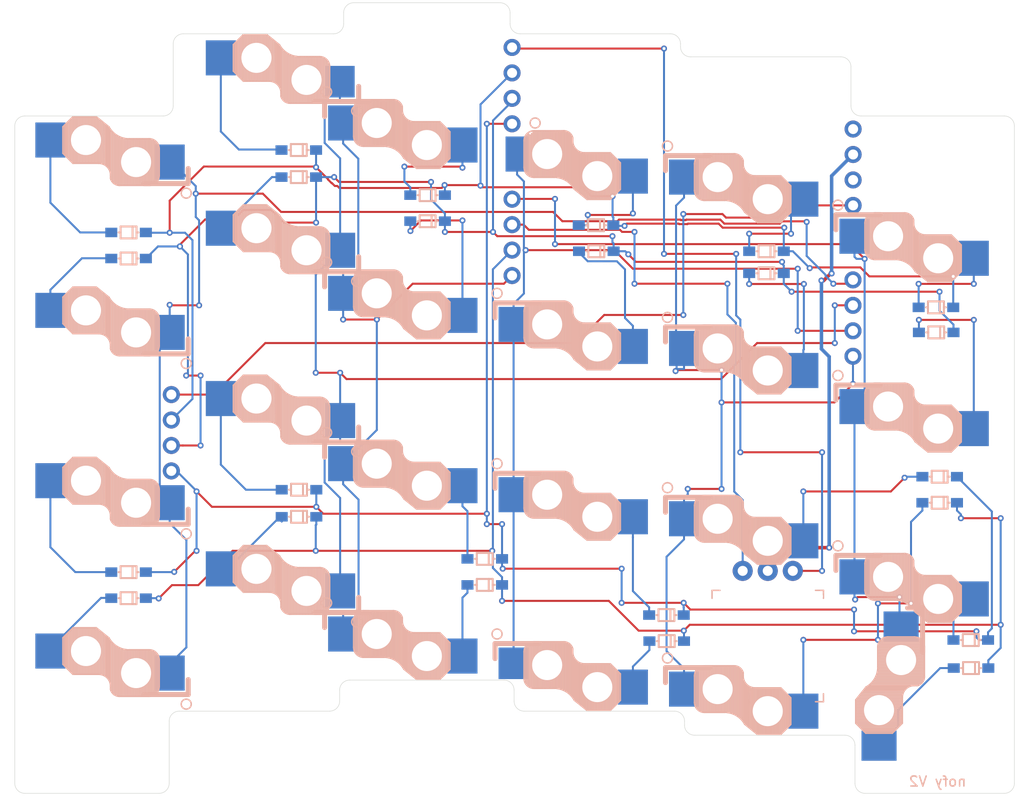
<source format=kicad_pcb>
(kicad_pcb (version 20241229) (generator "pcbnew") (generator_version "9.0")
  (title_block (title "nofy-Left") (date "2025-03-20") (company "FlightByte"))
  (layers (0 "F.Cu" signal) (2 "B.Cu" signal) (13 "F.Paste" user) (15 "B.Paste" user) (5 "F.SilkS" user "F.Silkscreen") (7 "B.SilkS" user "B.Silkscreen") (1 "F.Mask" user) (3 "B.Mask" user) (25 "Edge.Cuts" user))
  (net 0 "")
  (net 1 "Net-(D44-A)")
  (net 2 "Net-(D45-A)")
  (net 3 "Net-(D46-A)")
  (net 4 "Col6")
  (net 5 "Net-(D28-A)")
  (net 6 "Col7")
  (net 7 "Net-(D29-A)")
  (net 8 "Net-(D30-A)")
  (net 9 "Net-(D31-A)")
  (net 10 "Net-(D32-A)")
  (net 11 "Net-(D33-A)")
  (net 12 "Col8")
  (net 13 "Net-(D34-A)")
  (net 14 "Net-(D35-A)")
  (net 15 "Net-(D36-A)")
  (net 16 "Net-(D37-A)")
  (net 17 "Col9")
  (net 18 "Net-(D38-A)")
  (net 19 "Net-(D39-A)")
  (net 20 "Net-(D40-A)")
  (net 21 "Col10")
  (net 22 "Net-(D41-A)")
  (net 23 "Net-(D42-A)")
  (net 24 "Row6")
  (net 25 "Row8")
  (net 26 "Row7")
  (net 27 "Row5")
  (net 28 "GND_L")
  (net 29 "VCC_L")
  (net 30 "Net-(D43-A)")
  (net 31 "Net-(D47-A)")
  (net 32 "Net-(D48-A)")
  (net 33 "Net-(D49-A)")
  (net 34 "Net-(D50-A)")
  (net 35 "Net-(D51-A)")
  (net 36 "RE_A_L")
  (net 37 "RE_B_L")
  (net 38 "Col12")
  (net 39 "Col11")
  (footprint "nofy:Choc_v2_Hotswap_1u_17mm" (layer "F.Cu") (at 109.8 89.3 -90)
    (property "Reference" "SW55" (hide yes))
    (property "Value" "SW_PUSH" (hide yes))
  )
  (footprint "nofy:MountingHole_2.2mm_M2" (layer "F.Cu") (at 32.9 80.8)
    (property "Reference" "REF**7" (hide yes))
    (property "Value" "MountingHole_2.2mm_M2" (hide yes))
  )
  (footprint "_kicad_footprints:Diode_SMD" (layer "F.Cu") (at 95.4531 43.5 180)
    (property "Reference" "D44")
    (property "Value" "D" (hide yes))
  )
  (footprint "_kicad_footprints:Diode_SMD" (layer "F.Cu") (at 48.8031 36.1 180)
    (property "Reference" "D33")
    (property "Value" "D" (hide yes))
  )
  (footprint "_kicad_footprints:Diode_SMD" (layer "F.Cu") (at 95.45 45.7 180)
    (property "Reference" "D45")
    (property "Value" "D" (hide yes))
  )
  (footprint "_kicad_footprints:Diode_SMD" (layer "F.Cu") (at 67.3531 76.8 180)
    (property "Reference" "D39")
    (property "Value" "D" (hide yes))
  )
  (footprint "_kicad_footprints:Diode_SMD" (layer "F.Cu") (at 31.8266 78.125 180)
    (property "Reference" "D31")
    (property "Value" "D" (hide yes))
  )
  (footprint "nofy:MountingHole_2.2mm_M2" (layer "F.Cu") (at 84.5 58.5)
    (property "Reference" "REF**5" (hide yes))
    (property "Value" "MountingHole_2.2mm_M2" (hide yes))
  )
  (footprint "nofy:Choc_v2_Hotswap_1u_17mm" (layer "F.Cu") (at 24.8 72.3 180)
    (property "Reference" "SW34" (hide yes))
    (property "Value" "SW_PUSH" (hide yes))
  )
  (footprint "nofy:Choc_v2_Hotswap_1u_17mm" (layer "F.Cu") (at 24.8 89.3 180)
    (property "Reference" "SW35" (hide yes))
    (property "Value" "SW_PUSH" (hide yes))
  )
  (footprint "nofy:Choc_v2_Hotswap_1u_17mm" (layer "F.Cu") (at 109.8 72.3)
    (property "Reference" "SW54" (hide yes))
    (property "Value" "SW_PUSH" (hide yes))
  )
  (footprint "nofy:Choc_v2_Hotswap_1u_17mm" (layer "F.Cu") (at 109.8 55.3)
    (property "Reference" "SW53" (hide yes))
    (property "Value" "SW_PUSH" (hide yes))
  )
  (footprint "_kicad_footprints:Diode_SMD" (layer "F.Cu") (at 112.7266 66 180)
    (property "Reference" "D46")
    (property "Value" "D" (hide yes))
  )
  (footprint "_kicad_footprints:Diode_SMD" (layer "F.Cu") (at 31.8266 75.525 180)
    (property "Reference" "D30")
    (property "Value" "D" (hide yes))
  )
  (footprint "nofy:Pin1x4" (layer "F.Cu") (at 66 21.86)
    (property "Reference" "J30" (hide yes))
    (property "Value" "PIn1x4" (hide yes))
  )
  (footprint "nofy:Choc_v2_Hotswap_1u_17mm" (layer "F.Cu") (at 58.8 61)
    (property "Reference" "SW42" (hide yes))
    (property "Value" "SW_PUSH" (hide yes))
  )
  (footprint "nofy:MountingHole_2.2mm_M2" (layer "F.Cu") (at 32.8 46.8)
    (property "Reference" "REF**2" (hide yes))
    (property "Value" "MountingHole_2.2mm_M2" (hide yes))
  )
  (footprint "_kicad_footprints:Diode_SMD" (layer "F.Cu") (at 115.8531 85.1 180)
    (property "Reference" "D51")
    (property "Value" "D" (hide yes))
  )
  (footprint "nofy:Choc_v2_Hotswap_1u_17mm" (layer "F.Cu") (at 41.8 81.1 180)
    (property "Reference" "SW39" (hide yes))
    (property "Value" "SW_PUSH" (hide yes))
  )
  (footprint "nofy:Pin1x4" (layer "F.Cu") (at 100 45.06)
    (property "Reference" "J29" (hide yes))
    (property "Value" "PIn1x4" (hide yes))
  )
  (footprint "_kicad_footprints:Diode_SMD" (layer "F.Cu") (at 48.8266 67.3 180)
    (property "Reference" "D34")
    (property "Value" "D" (hide yes))
  )
  (footprint "nofy:Choc_v2_Hotswap_1u_17mm" (layer "F.Cu") (at 75.8 64.1)
    (property "Reference" "SW46" (hide yes))
    (property "Value" "SW_PUSH" (hide yes))
  )
  (footprint "_kicad_footprints:Diode_SMD" (layer "F.Cu") (at 112.3797 51.6 180)
    (property "Reference" "D49")
    (property "Value" "D" (hide yes))
  )
  (footprint "_kicad_footprints:Diode_SMD" (layer "F.Cu") (at 31.8266 44.225 180)
    (property "Reference" "D29")
    (property "Value" "D" (hide yes))
  )
  (footprint "_kicad_footprints:Diode_SMD" (layer "F.Cu") (at 61.6531 40.5 180)
    (property "Reference" "D37")
    (property "Value" "D" (hide yes))
  )
  (footprint "nofy:Choc_v2_Hotswap_1u_17mm" (layer "F.Cu") (at 92.8 83.5)
    (property "Reference" "SW51" (hide yes))
    (property "Value" "SW_PUSH" (hide yes))
  )
  (footprint "nofy:Choc_v2_Hotswap_1u_17mm" (layer "F.Cu") (at 92.8 32.4)
    (property "Reference" "SW48" (hide yes))
    (property "Value" "SW_PUSH" (hide yes))
  )
  (footprint "_kicad_footprints:Diode_SMD" (layer "F.Cu") (at 67.3531 74.2 180)
    (property "Reference" "D38")
    (property "Value" "D" (hide yes))
  )
  (footprint "nofy:Choc_v2_Hotswap_1u_17mm" (layer "F.Cu") (at 92.8 49.5)
    (property "Reference" "SW49" (hide yes))
    (property "Value" "SW_PUSH" (hide yes))
  )
  (footprint "_kicad_footprints:Diode_SMD" (layer "F.Cu") (at 85.4997 82.41 180)
    (property "Reference" "D43")
    (property "Value" "D" (hide yes))
  )
  (footprint "_kicad_footprints:Diode_SMD" (layer "F.Cu") (at 85.4731 79.81 180)
    (property "Reference" "D42")
    (property "Value" "D" (hide yes))
  )
  (footprint "nofy:Choc_v2_Hotswap_1u_17mm" (layer "F.Cu") (at 92.8 66.5)
    (property "Reference" "SW50" (hide yes))
    (property "Value" "SW_PUSH" (hide yes))
  )
  (footprint "nofy:Choc_v2_Hotswap_1u_17mm" (layer "F.Cu") (at 58.8 44)
    (property "Reference" "SW41" (hide yes))
    (property "Value" "SW_PUSH" (hide yes))
  )
  (footprint "nofy:Choc_v2_Hotswap_1u_17mm" (layer "F.Cu") (at 109.8 38.3)
    (property "Reference" "SW52" (hide yes))
    (property "Value" "SW_PUSH" (hide yes))
  )
  (footprint "_kicad_footprints:Diode_SMD" (layer "F.Cu") (at 31.8266 41.625 180)
    (property "Reference" "D28")
    (property "Value" "D" (hide yes))
  )
  (footprint "nofy:Choc_v2_Hotswap_1u_17mm" (layer "F.Cu") (at 58.8 78)
    (property "Reference" "SW43" (hide yes))
    (property "Value" "SW_PUSH" (hide yes))
  )
  (footprint "_kicad_footprints:Diode_SMD" (layer "F.Cu") (at 78.4797 43.5 180)
    (property "Reference" "D41")
    (property "Value" "D" (hide yes))
  )
  (footprint "_kicad_footprints:Diode_SMD" (layer "F.Cu") (at 48.8266 70 180)
    (property "Reference" "D35")
    (property "Value" "D" (hide yes))
  )
  (footprint "nofy:MountingHole_2.2mm_M2" (layer "F.Cu") (at 84.63 74.91)
    (property "Reference" "REF**6" (hide yes))
    (property "Value" "MountingHole_2.2mm_M2" (hide yes))
  )
  (footprint "_kicad_footprints:Diode_SMD" (layer "F.Cu") (at 48.8031 33.4 180)
    (property "Reference" "D32")
    (property "Value" "D" (hide yes))
  )
  (footprint "_kicad_footprints:Diode_SMD" (layer "F.Cu") (at 115.8266 82.3 180)
    (property "Reference" "D50")
    (property "Value" "D" (hide yes))
  )
  (footprint "nofy:Choc_v2_Hotswap_1u_17mm" (layer "F.Cu") (at 41.8 64.1 180)
    (property "Reference" "SW38" (hide yes))
    (property "Value" "SW_PUSH" (hide yes))
  )
  (footprint "nofy:Choc_v2_Hotswap_1u_17mm" (layer "F.Cu") (at 75.8 81.1)
    (property "Reference" "SW47" (hide yes))
    (property "Value" "SW_PUSH" (hide yes))
  )
  (footprint "_kicad_footprints:Diode_SMD" (layer "F.Cu") (at 112.7266 68.6 180)
    (property "Reference" "D47")
    (property "Value" "D" (hide yes))
  )
  (footprint "_kicad_footprints:Diode_SMD" (layer "F.Cu") (at 78.4531 40.9 180)
    (property "Reference" "D40")
    (property "Value" "D" (hide yes))
  )
  (footprint "nofy:Choc_v2_Hotswap_1u_17mm" (layer "F.Cu") (at 75.8 47.1)
    (property "Reference" "SW45" (hide yes))
    (property "Value" "SW_PUSH" (hide yes))
  )
  (footprint "_kicad_footprints:Diode_SMD" (layer "F.Cu") (at 61.6531 37.9 180)
    (property "Reference" "D36")
    (property "Value" "D" (hide yes))
  )
  (footprint "_kicad_footprints:Diode_SMD" (layer "F.Cu") (at 112.3531 49.1 180)
    (property "Reference" "D48")
    (property "Value" "D" (hide yes))
  )
  (footprint "nofy:Choc_v2_Hotswap_1u_17mm" (layer "F.Cu") (at 75.8 30.1)
    (property "Reference" "SW44" (hide yes))
    (property "Value" "SW_PUSH" (hide yes))
  )
  (footprint "nofy:Choc_v2_Hotswap_1u_17mm" (layer "F.Cu") (at 24.8 38.3 180)
    (property "Reference" "SW32" (hide yes))
    (property "Value" "SW_PUSH" (hide yes))
  )
  (footprint "nofy:Pin1x4" (layer "F.Cu") (at 32.015 56.505)
    (property "Reference" "J25" (hide yes))
    (property "Value" "PIn1x4" (hide yes))
  )
  (footprint "nofy:Choc_v2_Hotswap_1u_17mm" (layer "F.Cu") (at 58.8 27)
    (property "Reference" "SW40" (hide yes))
    (property "Value" "SW_PUSH" (hide yes))
  )
  (footprint "nofy:Choc_v2_Hotswap_1u_17mm" (layer "F.Cu") (at 41.8 30.1 180)
    (property "Reference" "SW36" (hide yes))
    (property "Value" "SW_PUSH" (hide yes))
  )
  (footprint "nofy:Pin1x4" (layer "F.Cu") (at 100.015 30.005)
    (property "Reference" "J27" (hide yes))
    (property "Value" "PIn1x4" (hide yes))
  )
  (footprint "nofy:Choc_v2_Hotswap_1u_17mm" (layer "F.Cu") (at 24.8 55.3 180)
    (property "Reference" "SW33" (hide yes))
    (property "Value" "SW_PUSH" (hide yes))
  )
  (footprint "nofy:Choc_v2_Hotswap_1u_17mm" (layer "F.Cu") (at 41.8 47.1 180)
    (property "Reference" "SW37" (hide yes))
    (property "Value" "SW_PUSH" (hide yes))
  )
  (footprint "nofy:Pin1x4" (layer "F.Cu") (at 66 37.005)
    (property "Reference" "J32" (hide yes))
    (property "Value" "PIn1x4" (hide yes))
  )
  (footprint "nofy:RotaryEncoder_EC12E" (layer "B.Cu") (at 92.8 82.9 -90)
    (property "Reference" "SW2" (hide yes))
    (property "Value" "RotaryEncoder" (hide yes))
  )
  (gr_arc (start 68.1 21.8) (mid 67.392893 21.507107) (end 67.1 20.8) (stroke (width 0.05)) (layer "Edge.Cuts"))
  (gr_line (start 85.1 24.1) (end 100.1 24.1) (stroke (width 0.05)) (layer "Edge.Cuts"))
  (gr_line (start 67.1 19.7) (end 67.1 20.8) (stroke (width 0.05)) (layer "Edge.Cuts"))
  (gr_line (start 18.7 30) (end 32.5 29.999993) (stroke (width 0.05)) (layer "Edge.Cuts"))
  (gr_arc (start 17.7 31) (mid 17.992893 30.292893) (end 18.7 30) (stroke (width 0.05)) (layer "Edge.Cuts"))
  (gr_arc (start 102.5 97.6) (mid 101.792893 97.307107) (end 101.5 96.6) (stroke (width 0.05)) (layer "Edge.Cuts"))
  (gr_line (start 17.7 96.6) (end 17.7 31) (stroke (width 0.05)) (layer "Edge.Cuts"))
  (gr_arc (start 50.5 20.8) (mid 50.207107 21.507107) (end 49.5 21.8) (stroke (width 0.05)) (layer "Edge.Cuts"))
  (gr_line (start 116.4 30) (end 102.1 30) (stroke (width 0.05)) (layer "Edge.Cuts"))
  (gr_line (start 33.5 28.999993) (end 33.5 22.8) (stroke (width 0.05)) (layer "Edge.Cuts"))
  (gr_arc (start 66.1 18.7) (mid 66.807107 18.992893) (end 67.1 19.7) (stroke (width 0.05)) (layer "Edge.Cuts"))
  (gr_line (start 117.4 31) (end 117.4 96.6) (stroke (width 0.05)) (layer "Edge.Cuts"))
  (gr_arc (start 83.5 89.4) (mid 84.207107 89.692893) (end 84.5 90.4) (stroke (width 0.05)) (layer "Edge.Cuts"))
  (gr_line (start 50.1 87.3) (end 50.1 88.4) (stroke (width 0.05)) (layer "Edge.Cuts"))
  (gr_line (start 50.5 20.8) (end 50.5 19.7) (stroke (width 0.05)) (layer "Edge.Cuts"))
  (gr_arc (start 50.1 88.4) (mid 49.807107 89.107107) (end 49.1 89.4) (stroke (width 0.05)) (layer "Edge.Cuts"))
  (gr_line (start 83.5 89.4) (end 68.5 89.4) (stroke (width 0.05)) (layer "Edge.Cuts"))
  (gr_line (start 84.1 22.8) (end 84.1 23.1) (stroke (width 0.05)) (layer "Edge.Cuts"))
  (gr_arc (start 50.5 19.7) (mid 50.792893 18.992893) (end 51.5 18.7) (stroke (width 0.05)) (layer "Edge.Cuts"))
  (gr_line (start 101.1 25.1) (end 101.1 28.996246) (stroke (width 0.05)) (layer "Edge.Cuts"))
  (gr_arc (start 18.7 97.6) (mid 17.992893 97.307107) (end 17.7 96.6) (stroke (width 0.05)) (layer "Edge.Cuts"))
  (gr_arc (start 68.5 89.4) (mid 67.792893 89.107107) (end 67.5 88.4) (stroke (width 0.05)) (layer "Edge.Cuts"))
  (gr_line (start 66.5 86.3) (end 51.1 86.3) (stroke (width 0.05)) (layer "Edge.Cuts"))
  (gr_arc (start 100.5 91.8) (mid 101.207107 92.092893) (end 101.5 92.8) (stroke (width 0.05)) (layer "Edge.Cuts"))
  (gr_arc (start 102.1 30) (mid 101.392893 29.707107) (end 101.1 29) (stroke (width 0.05)) (layer "Edge.Cuts"))
  (gr_line (start 68.1 21.8) (end 83.1 21.8) (stroke (width 0.05)) (layer "Edge.Cuts"))
  (gr_arc (start 85.1 24.1) (mid 84.392893 23.807107) (end 84.1 23.1) (stroke (width 0.05)) (layer "Edge.Cuts"))
  (gr_line (start 116.4 97.6) (end 102.5 97.6) (stroke (width 0.05)) (layer "Edge.Cuts"))
  (gr_arc (start 85.5 91.8) (mid 84.792893 91.507107) (end 84.5 90.8) (stroke (width 0.05)) (layer "Edge.Cuts"))
  (gr_arc (start 33.1 90.4) (mid 33.392893 89.692893) (end 34.1 89.4) (stroke (width 0.05)) (layer "Edge.Cuts"))
  (gr_line (start 33.1 90.4) (end 33.1 96.6) (stroke (width 0.05)) (layer "Edge.Cuts"))
  (gr_line (start 51.5 18.7) (end 66.1 18.7) (stroke (width 0.05)) (layer "Edge.Cuts"))
  (gr_arc (start 33.5 28.999993) (mid 33.207109 29.707104) (end 32.5 29.999993) (stroke (width 0.05)) (layer "Edge.Cuts"))
  (gr_line (start 100.5 91.8) (end 85.5 91.8) (stroke (width 0.05)) (layer "Edge.Cuts"))
  (gr_line (start 67.5 88.4) (end 67.5 87.3) (stroke (width 0.05)) (layer "Edge.Cuts"))
  (gr_arc (start 33.1 96.6) (mid 32.807107 97.307107) (end 32.1 97.6) (stroke (width 0.05)) (layer "Edge.Cuts"))
  (gr_line (start 49.1 89.4) (end 34.1 89.4) (stroke (width 0.05)) (layer "Edge.Cuts"))
  (gr_arc (start 100.1 24.1) (mid 100.807107 24.392893) (end 101.1 25.1) (stroke (width 0.05)) (layer "Edge.Cuts"))
  (gr_line (start 84.5 90.8) (end 84.5 90.4) (stroke (width 0.05)) (layer "Edge.Cuts"))
  (gr_arc (start 50.1 87.3) (mid 50.392893 86.592893) (end 51.1 86.3) (stroke (width 0.05)) (layer "Edge.Cuts"))
  (gr_arc (start 66.5 86.3) (mid 67.207107 86.592893) (end 67.5 87.3) (stroke (width 0.05)) (layer "Edge.Cuts"))
  (gr_arc (start 33.5 22.8) (mid 33.792893 22.092893) (end 34.5 21.8) (stroke (width 0.05)) (layer "Edge.Cuts"))
  (gr_arc (start 83.1 21.8) (mid 83.807107 22.092893) (end 84.1 22.8) (stroke (width 0.05)) (layer "Edge.Cuts"))
  (gr_line (start 101.5 96.6) (end 101.5 92.8) (stroke (width 0.05)) (layer "Edge.Cuts"))
  (gr_line (start 32.1 97.6) (end 18.7 97.6) (stroke (width 0.05)) (layer "Edge.Cuts"))
  (gr_line (start 34.5 21.8) (end 49.5 21.8) (stroke (width 0.05)) (layer "Edge.Cuts"))
  (gr_arc (start 116.4 30) (mid 117.107107 30.292893) (end 117.4 31) (stroke (width 0.05)) (layer "Edge.Cuts"))
  (gr_arc (start 117.4 96.6) (mid 117.107107 97.307107) (end 116.4 97.6) (stroke (width 0.05)) (layer "Edge.Cuts"))
  (gr_text "nofy V2" (at 112.7 97 0) (layer "B.SilkS") (effects (font (size 1 1)) (justify left bottom mirror)))
  (segment (start 90.95 41.7477) (end 95.1212 41.7477) (width 0.2) (layer "F.Cu") (net 1))
  (via (at 90.95 41.7477) (size 0.6) (drill 0.3) (layers "F.Cu" "B.Cu") (net 1))
  (via (at 95.1212 41.7477) (size 0.6) (drill 0.3) (layers "F.Cu" "B.Cu") (net 1))
  (segment (start 95.1212 39.5288) (end 95.1212 41.7477) (width 0.2) (layer "B.Cu") (net 1))
  (segment (start 90.95 43.5) (end 90.95 41.7477) (width 0.2) (layer "B.Cu") (net 1))
  (segment (start 96.35 38.3) (end 95.1212 39.5288) (width 0.2) (layer "B.Cu") (net 1))
  (segment (start 96.4009 46.767) (end 90.9469 46.767) (width 0.2) (layer "F.Cu") (net 2))
  (via (at 90.9469 46.767) (size 0.6) (drill 0.3) (layers "F.Cu" "B.Cu") (net 2))
  (via (at 96.4009 46.767) (size 0.6) (drill 0.3) (layers "F.Cu" "B.Cu") (net 2))
  (segment (start 96.4009 53.2974) (end 96.4009 46.767) (width 0.2) (layer "B.Cu") (net 2))
  (segment (start 96.35 55.4) (end 96.35 53.3483) (width 0.2) (layer "B.Cu") (net 2))
  (segment (start 90.9469 45.7) (end 90.9469 46.767) (width 0.2) (layer "B.Cu") (net 2))
  (segment (start 96.35 53.3483) (end 96.4009 53.2974) (width 0.2) (layer "B.Cu") (net 2))
  (segment (start 96.35 67.4728) (end 105.0772 67.4728) (width 0.2) (layer "F.Cu") (net 3))
  (segment (start 105.0772 67.4728) (end 106.45 66.1) (width 0.2) (layer "F.Cu") (net 3))
  (via (at 96.35 67.4728) (size 0.6) (drill 0.3) (layers "F.Cu" "B.Cu") (net 3))
  (via (at 106.45 66.1) (size 0.6) (drill 0.3) (layers "F.Cu" "B.Cu") (net 3))
  (segment (start 108.2235 66) (end 106.55 66) (width 0.2) (layer "B.Cu") (net 3))
  (segment (start 96.35 72.4) (end 96.35 67.4728) (width 0.2) (layer "B.Cu") (net 3))
  (segment (start 106.55 66) (end 106.45 66.1) (width 0.2) (layer "B.Cu") (net 3))
  (segment (start 88.6368 40.1424) (end 88.2821 39.7877) (width 0.2) (layer "F.Cu") (net 4))
  (segment (start 101.315 38.925) (end 95.0481 38.925) (width 0.2) (layer "F.Cu") (net 4))
  (segment (start 88.2821 39.7877) (end 84.3785 39.7877) (width 0.2) (layer "F.Cu") (net 4))
  (segment (start 76.4877 49.8603) (end 84.3785 49.8603) (width 0.2) (layer "F.Cu") (net 4))
  (segment (start 73.6857 52.6623) (end 42.6858 52.6623) (width 0.2) (layer "F.Cu") (net 4))
  (segment (start 37.5431 57.805) (end 33.315 57.805) (width 0.2) (layer "F.Cu") (net 4))
  (segment (start 42.6858 52.6623) (end 37.5431 57.805) (width 0.2) (layer "F.Cu") (net 4))
  (segment (start 95.0481 38.925) (end 93.8307 40.1424) (width 0.2) (layer "F.Cu") (net 4))
  (segment (start 93.8307 40.1424) (end 88.6368 40.1424) (width 0.2) (layer "F.Cu") (net 4))
  (segment (start 73.6857 52.6623) (end 76.4877 49.8603) (width 0.2) (layer "F.Cu") (net 4))
  (via (at 84.3785 39.7877) (size 0.6) (drill 0.3) (layers "F.Cu" "B.Cu") (net 4))
  (via (at 84.3785 49.8603) (size 0.6) (drill 0.3) (layers "F.Cu" "B.Cu") (net 4))
  (segment (start 84.3785 39.7877) (end 84.3785 49.8603) (width 0.2) (layer "B.Cu") (net 4))
  (segment (start 21.25 32.4) (end 21.25 38.65) (width 0.2) (layer "B.Cu") (net 5))
  (segment (start 21.25 38.65) (end 24.225 41.625) (width 0.2) (layer "B.Cu") (net 5))
  (segment (start 24.225 41.625) (end 27.3235 41.625) (width 0.2) (layer "B.Cu") (net 5))
  (segment (start 44.2618 39.575) (end 71.3855 39.575) (width 0.2) (layer "F.Cu") (net 6))
  (segment (start 101.3 46.36) (end 100.9203 46.7397) (width 0.2) (layer "F.Cu") (net 6))
  (segment (start 84.6746 40.3425) (end 88.0687 40.3425) (width 0.2) (layer "F.Cu") (net 6))
  (segment (start 84.1294 40.3894) (end 84.6277 40.3894) (width 0.2) (layer "F.Cu") (net 6))
  (segment (start 72.3128 40.5023) (end 77.806 40.5023) (width 0.2) (layer "F.Cu") (net 6))
  (segment (start 88.4704 40.7442) (end 93.9967 40.7442) (width 0.2) (layer "F.Cu") (net 6))
  (segment (start 71.3855 39.575) (end 72.3128 40.5023) (width 0.2) (layer "F.Cu") (net 6))
  (segment (start 84.0825 40.3425) (end 84.1294 40.3894) (width 0.2) (layer "F.Cu") (net 6))
  (segment (start 84.6277 40.3894) (end 84.6746 40.3425) (width 0.2) (layer "F.Cu") (net 6))
  (segment (start 93.9967 40.7442) (end 94.2253 40.5156) (width 0.2) (layer "F.Cu") (net 6))
  (segment (start 33.2 48.9) (end 33.15 48.85) (width 0.2) (layer "F.Cu") (net 6))
  (segment (start 77.806 40.5023) (end 77.9658 40.3425) (width 0.2) (layer "F.Cu") (net 6))
  (segment (start 36.0839 48.9) (end 33.2 48.9) (width 0.2) (layer "F.Cu") (net 6))
  (segment (start 88.0687 40.3425) (end 88.4704 40.7442) (width 0.2) (layer "F.Cu") (net 6))
  (segment (start 96.622 40.5156) (end 96.6797 40.5733) (width 0.2) (layer "F.Cu") (net 6))
  (segment (start 100.9203 46.7397) (end 99.3429 46.7397) (width 0.2) (layer "F.Cu") (net 6))
  (segment (start 77.9658 40.3425) (end 84.0825 40.3425) (width 0.2) (layer "F.Cu") (net 6))
  (segment (start 35.75 37.75) (end 42.4368 37.75) (width 0.2) (layer "F.Cu") (net 6))
  (segment (start 42.4368 37.75) (end 44.2618 39.575) (width 0.2) (layer "F.Cu") (net 6))
  (segment (start 94.2253 40.5156) (end 96.622 40.5156) (width 0.2) (layer "F.Cu") (net 6))
  (via (at 36.0839 48.9) (size 0.6) (drill 0.3) (layers "F.Cu" "B.Cu") (net 6))
  (via (at 96.6797 40.5733) (size 0.6) (drill 0.3) (layers "F.Cu" "B.Cu") (net 6))
  (via (at 33.15 48.85) (size 0.6) (drill 0.3) (layers "F.Cu" "B.Cu") (net 6))
  (via (at 99.3429 46.7397) (size 0.6) (drill 0.3) (layers "F.Cu" "B.Cu") (net 6))
  (via (at 35.75 37.75) (size 0.6) (drill 0.3) (layers "F.Cu" "B.Cu") (net 6))
  (segment (start 32.1578 52.5922) (end 32.1578 67.6078) (width 0.2) (layer "B.Cu") (net 6))
  (segment (start 33.15 70.6517) (end 33.15 68.6) (width 0.2) (layer "B.Cu") (net 6))
  (segment (start 96.6797 43.9675) (end 98.5692 45.857) (width 0.2) (layer "B.Cu") (net 6))
  (segment (start 36.0839 40.4136) (end 35.75 40.0797) (width 0.2) (layer "B.Cu") (net 6))
  (segment (start 96.6797 40.5733) (end 96.6797 43.9675) (width 0.2) (layer "B.Cu") (net 6))
  (segment (start 34.8151 83.0349) (end 34.8151 72.3168) (width 0.2) (layer "B.Cu") (net 6))
  (segment (start 35.75 37) (end 33.35 34.6) (width 0.2) (layer "B.Cu") (net 6))
  (segment (start 33.15 51.6) (end 32.1578 52.5922) (width 0.2) (layer "B.Cu") (net 6))
  (segment (start 98.5692 45.857) (end 98.5692 45.966) (width 0.2) (layer "B.Cu") (net 6))
  (segment (start 35.75 37.75) (end 35.75 37) (width 0.2) (layer "B.Cu") (net 6))
  (segment (start 98.5692 45.966) (end 99.3429 46.7397) (width 0.2) (layer "B.Cu") (net 6))
  (segment (start 34.8151 72.3168) (end 33.15 70.6517) (width 0.2) (layer "B.Cu") (net 6))
  (segment (start 33.15 85.6) (end 33.15 84.7) (width 0.2) (layer "B.Cu") (net 6))
  (segment (start 33.35 34.6) (end 33.15 34.6) (width 0.2) (layer "B.Cu") (net 6))
  (segment (start 36.0839 48.9) (end 36.0839 40.4136) (width 0.2) (layer "B.Cu") (net 6))
  (segment (start 32.1578 67.6078) (end 33.15 68.6) (width 0.2) (layer "B.Cu") (net 6))
  (segment (start 33.15 48.85) (end 33.15 51.6) (width 0.2) (layer "B.Cu") (net 6))
  (segment (start 35.75 40.0797) (end 35.75 37.75) (width 0.2) (layer "B.Cu") (net 6))
  (segment (start 33.15 84.7) (end 34.8151 83.0349) (width 0.2) (layer "B.Cu") (net 6))
  (segment (start 24.3983 44.2) (end 21.25 47.3483) (width 0.2) (layer "B.Cu") (net 7))
  (segment (start 27.3235 44.2) (end 24.3983 44.2) (width 0.2) (layer "B.Cu") (net 7))
  (segment (start 21.25 47.3483) (end 21.25 49.4) (width 0.2) (layer "B.Cu") (net 7))
  (segment (start 27.3235 44.225) (end 27.3235 44.2) (width 0.2) (layer "B.Cu") (net 7))
  (segment (start 21.25 66.4) (end 21.25 73.039) (width 0.2) (layer "B.Cu") (net 8))
  (segment (start 23.736 75.525) (end 27.3235 75.525) (width 0.2) (layer "B.Cu") (net 8))
  (segment (start 21.25 73.039) (end 23.736 75.525) (width 0.2) (layer "B.Cu") (net 8))
  (segment (start 27.3235 78.125) (end 27.3235 78.1) (width 0.2) (layer "B.Cu") (net 9))
  (segment (start 21.25 83.15) (end 21.25 83.4) (width 0.2) (layer "B.Cu") (net 9))
  (segment (start 27.3235 78.1) (end 26.3 78.1) (width 0.2) (layer "B.Cu") (net 9))
  (segment (start 26.3 78.1) (end 21.25 83.15) (width 0.2) (layer "B.Cu") (net 9))
  (segment (start 44.25 33.35) (end 40.05 33.35) (width 0.2) (layer "B.Cu") (net 10))
  (segment (start 44.3 33.4) (end 44.25 33.35) (width 0.2) (layer "B.Cu") (net 10))
  (segment (start 40.05 33.35) (end 38.25 31.55) (width 0.2) (layer "B.Cu") (net 10))
  (segment (start 38.25 31.55) (end 38.25 24.2) (width 0.2) (layer "B.Cu") (net 10))
  (segment (start 43.35 36.1) (end 44.3 36.1) (width 0.2) (layer "B.Cu") (net 11))
  (segment (start 38.25 41.2) (end 43.35 36.1) (width 0.2) (layer "B.Cu") (net 11))
  (segment (start 100.1483 48.9) (end 99.4867 48.9) (width 0.2) (layer "F.Cu") (net 12))
  (segment (start 91.7375 52.6623) (end 99.4867 52.6623) (width 0.2) (layer "F.Cu") (net 12))
  (segment (start 88.1437 56.2561) (end 91.7375 52.6623) (width 0.2) (layer "F.Cu") (net 12))
  (segment (start 101.3 48.9) (end 100.1483 48.9) (width 0.2) (layer "F.Cu") (net 12))
  (segment (start 50.7817 56.2561) (end 88.1437 56.2561) (width 0.2) (layer "F.Cu") (net 12))
  (segment (start 47.7184 55.6244) (end 50.15 55.6244) (width 0.2) (layer "F.Cu") (net 12))
  (segment (start 50.15 55.6244) (end 50.7817 56.2561) (width 0.2) (layer "F.Cu") (net 12))
  (via (at 99.4867 52.6623) (size 0.6) (drill 0.3) (layers "F.Cu" "B.Cu") (net 12))
  (via (at 99.4867 48.9) (size 0.6) (drill 0.3) (layers "F.Cu" "B.Cu") (net 12))
  (via (at 50.15 55.6244) (size 0.6) (drill 0.3) (layers "F.Cu" "B.Cu") (net 12))
  (via (at 47.7184 55.6244) (size 0.6) (drill 0.3) (layers "F.Cu" "B.Cu") (net 12))
  (segment (start 47.7184 45.8316) (end 47.7184 55.6244) (width 0.2) (layer "B.Cu") (net 12))
  (segment (start 50.15 60.4) (end 50.15 55.6244) (width 0.2) (layer "B.Cu") (net 12))
  (segment (start 50.15 43.4) (end 47.7184 45.8316) (width 0.2) (layer "B.Cu") (net 12))
  (segment (start 48.6032 66.5789) (end 50.15 68.1257) (width 0.2) (layer "B.Cu") (net 12))
  (segment (start 50.15 34.2316) (end 48.6065 32.6881) (width 0.2) (layer "B.Cu") (net 12))
  (segment (start 50.15 60.4) (end 50.15 62.4517) (width 0.2) (layer "B.Cu") (net 12))
  (segment (start 99.4867 52.6623) (end 99.4867 48.9) (width 0.2) (layer "B.Cu") (net 12))
  (segment (start 50.15 62.4517) (end 48.9899 62.4517) (width 0.2) (layer "B.Cu") (net 12))
  (segment (start 48.6032 62.8384) (end 48.6032 66.5789) (width 0.2) (layer "B.Cu") (net 12))
  (segment (start 48.6065 28.8313) (end 48.9861 28.4517) (width 0.2) (layer "B.Cu") (net 12))
  (segment (start 50.15 68.1257) (end 50.15 77.4) (width 0.2) (layer "B.Cu") (net 12))
  (segment (start 50.15 43.4) (end 50.15 34.2316) (width 0.2) (layer "B.Cu") (net 12))
  (segment (start 48.6065 32.6881) (end 48.6065 28.8313) (width 0.2) (layer "B.Cu") (net 12))
  (segment (start 50.125 26.575) (end 50.125 28.4517) (width 0.2) (layer "B.Cu") (net 12))
  (segment (start 48.9899 62.4517) (end 48.6032 62.8384) (width 0.2) (layer "B.Cu") (net 12))
  (segment (start 48.9861 28.4517) (end 50.125 28.4517) (width 0.2) (layer "B.Cu") (net 12))
  (segment (start 38.25 58.2) (end 38.25 64.8) (width 0.2) (layer "B.Cu") (net 13))
  (segment (start 38.25 64.8) (end 40.75 67.3) (width 0.2) (layer "B.Cu") (net 13))
  (segment (start 40.75 67.3) (end 44.3235 67.3) (width 0.2) (layer "B.Cu") (net 13))
  (segment (start 44 70.15) (end 44.3235 70.4735) (width 0.2) (layer "B.Cu") (net 14))
  (segment (start 38.25 75.2) (end 38.95 75.2) (width 0.2) (layer "B.Cu") (net 14))
  (segment (start 38.95 75.2) (end 44 70.15) (width 0.2) (layer "B.Cu") (net 14))
  (segment (start 44.3235 70.4735) (end 44.3235 70) (width 0.2) (layer "B.Cu") (net 14))
  (segment (start 62.2445 35.0533) (end 62.35 35.1588) (width 0.2) (layer "F.Cu") (net 15))
  (segment (start 56.5592 35.0533) (end 62.2445 35.0533) (width 0.2) (layer "F.Cu") (net 15))
  (via (at 62.35 35.1588) (size 0.6) (drill 0.3) (layers "F.Cu" "B.Cu") (net 15))
  (via (at 56.5592 35.0533) (size 0.6) (drill 0.3) (layers "F.Cu" "B.Cu") (net 15))
  (segment (start 57.15 37.9) (end 57.15 37.1233) (width 0.2) (layer "B.Cu") (net 15))
  (segment (start 56.5592 36.5325) (end 56.5592 35.0533) (width 0.2) (layer "B.Cu") (net 15))
  (segment (start 62.35 32.9) (end 62.35 35.1588) (width 0.2) (layer "B.Cu") (net 15))
  (segment (start 57.15 37.1233) (end 56.5592 36.5325) (width 0.2) (layer "B.Cu") (net 15))
  (segment (start 57.1611 41.4781) (end 58.2116 40.4276) (width 0.2) (layer "F.Cu") (net 16))
  (segment (start 58.2116 40.4276) (end 62.35 40.4276) (width 0.2) (layer "F.Cu") (net 16))
  (via (at 57.1611 41.4781) (size 0.6) (drill 0.3) (layers "F.Cu" "B.Cu") (net 16))
  (via (at 62.35 40.4276) (size 0.6) (drill 0.3) (layers "F.Cu" "B.Cu") (net 16))
  (segment (start 57.15 41.2767) (end 57.1611 41.2878) (width 0.2) (layer "B.Cu") (net 16))
  (segment (start 57.1611 41.2878) (end 57.1611 41.4781) (width 0.2) (layer "B.Cu") (net 16))
  (segment (start 57.15 40.5) (end 57.15 41.2767) (width 0.2) (layer "B.Cu") (net 16))
  (segment (start 62.35 49.9) (end 62.35 40.4276) (width 0.2) (layer "B.Cu") (net 16))
  (segment (start 67.3 45.925) (end 66.4856 46.7394) (width 0.2) (layer "F.Cu") (net 17))
  (segment (start 66.4856 46.7394) (end 57.385 46.7394) (width 0.2) (layer "F.Cu") (net 17))
  (segment (start 53.8088 50.3156) (end 50.45 50.3156) (width 0.2) (layer "F.Cu") (net 17))
  (segment (start 57.385 46.7394) (end 53.8088 50.3156) (width 0.2) (layer "F.Cu") (net 17))
  (via (at 50.45 50.3156) (size 0.6) (drill 0.3) (layers "F.Cu" "B.Cu") (net 17))
  (via (at 53.8088 50.3156) (size 0.6) (drill 0.3) (layers "F.Cu" "B.Cu") (net 17))
  (segment (start 50.45 81.7) (end 50.45 79.6483) (width 0.2) (layer "B.Cu") (net 17))
  (segment (start 51.9878 68.2895) (end 50.45 66.7517) (width 0.2) (layer "B.Cu") (net 17))
  (segment (start 50.45 79.6483) (end 51.6034 79.6483) (width 0.2) (layer "B.Cu") (net 17))
  (segment (start 51.6034 79.6483) (end 51.9878 79.2639) (width 0.2) (layer "B.Cu") (net 17))
  (segment (start 51.9627 34.2644) (end 51.9627 45.2702) (width 0.2) (layer "B.Cu") (net 17))
  (segment (start 51.5846 45.6483) (end 50.45 45.6483) (width 0.2) (layer "B.Cu") (net 17))
  (segment (start 53.8087 61.3413) (end 53.8087 50.3156) (width 0.2) (layer "B.Cu") (net 17))
  (segment (start 50.45 47.7) (end 50.45 45.6483) (width 0.2) (layer "B.Cu") (net 17))
  (segment (start 50.45 47.7) (end 50.45 50.3156) (width 0.2) (layer "B.Cu") (net 17))
  (segment (start 50.45 30.7) (end 50.45 32.7517) (width 0.2) (layer "B.Cu") (net 17))
  (segment (start 50.45 64.7) (end 53.8087 61.3413) (width 0.2) (layer "B.Cu") (net 17))
  (segment (start 53.8087 50.3156) (end 53.8088 50.3156) (width 0.2) (layer "B.Cu") (net 17))
  (segment (start 50.45 32.7517) (end 51.9627 34.2644) (width 0.2) (layer "B.Cu") (net 17))
  (segment (start 51.9878 79.2639) (end 51.9878 68.2895) (width 0.2) (layer "B.Cu") (net 17))
  (segment (start 51.9627 45.2702) (end 51.5846 45.6483) (width 0.2) (layer "B.Cu") (net 17))
  (segment (start 50.45 64.7) (end 50.45 66.7517) (width 0.2) (layer "B.Cu") (net 17))
  (segment (start 62.35 66.9) (end 62.35 68.9517) (width 0.2) (layer "B.Cu") (net 18))
  (segment (start 62.85 74.2) (end 62.85 69.4517) (width 0.2) (layer "B.Cu") (net 18))
  (segment (start 62.85 69.4517) (end 62.35 68.9517) (width 0.2) (layer "B.Cu") (net 18))
  (segment (start 62.35 78.0767) (end 62.35 83.9) (width 0.2) (layer "B.Cu") (net 19))
  (segment (start 62.85 77.5767) (end 62.35 78.0767) (width 0.2) (layer "B.Cu") (net 19))
  (segment (start 62.85 76.8) (end 62.85 77.5767) (width 0.2) (layer "B.Cu") (net 19))
  (segment (start 74.8517 39.8789) (end 79.1954 39.8789) (width 0.2) (layer "F.Cu") (net 20))
  (segment (start 79.1954 39.8789) (end 79.35 39.7243) (width 0.2) (layer "F.Cu") (net 20))
  (via (at 74.8517 39.8789) (size 0.6) (drill 0.3) (layers "F.Cu" "B.Cu") (net 20))
  (via (at 79.35 39.7243) (size 0.6) (drill 0.3) (layers "F.Cu" "B.Cu") (net 20))
  (segment (start 73.95 40.9) (end 74.8517 40.9) (width 0.2) (layer "B.Cu") (net 20))
  (segment (start 79.35 36) (end 79.35 39.7243) (width 0.2) (layer "B.Cu") (net 20))
  (segment (start 74.8517 40.9) (end 74.8517 39.8789) (width 0.2) (layer "B.Cu") (net 20))
  (segment (start 79.343 45.241) (end 77.4922 43.3902) (width 0.2) (layer "F.Cu") (net 21))
  (segment (start 101.3 51.44) (end 95.7883 51.44) (width 0.2) (layer "F.Cu") (net 21))
  (segment (start 77.4922 43.3902) (end 68.6546 43.3902) (width 0.2) (layer "F.Cu") (net 21))
  (segment (start 95.7883 45.241) (end 79.343 45.241) (width 0.2) (layer "F.Cu") (net 21))
  (via (at 95.7883 45.241) (size 0.6) (drill 0.3) (layers "F.Cu" "B.Cu") (net 21))
  (via (at 95.7883 51.44) (size 0.6) (drill 0.3) (layers "F.Cu" "B.Cu") (net 21))
  (via (at 68.6546 43.3902) (size 0.6) (drill 0.3) (layers "F.Cu" "B.Cu") (net 21))
  (segment (start 68.4791 43.3902) (end 68.6546 43.3902) (width 0.2) (layer "B.Cu") (net 21))
  (segment (start 67.45 50.8) (end 67.45 67.8) (width 0.2) (layer "B.Cu") (net 21))
  (segment (start 67.45 84.625) (end 67.45 67.8) (width 0.2) (layer "B.Cu") (net 21))
  (segment (start 67.45 49.7741) (end 67.45 48.7483) (width 0.2) (layer "B.Cu") (net 21))
  (segment (start 68.4791 36.5308) (end 68.4791 43.3902) (width 0.2) (layer "B.Cu") (net 21))
  (segment (start 67.8 35.8517) (end 68.4791 36.5308) (width 0.2) (layer "B.Cu") (net 21))
  (segment (start 67.45 49.7741) (end 67.45 50.8) (width 0.2) (layer "B.Cu") (net 21))
  (segment (start 67.8 33.8) (end 67.8 35.8517) (width 0.2) (layer "B.Cu") (net 21))
  (segment (start 95.7883 45.241) (end 95.7883 51.44) (width 0.2) (layer "B.Cu") (net 21))
  (segment (start 68.4791 47.7192) (end 67.45 48.7483) (width 0.2) (layer "B.Cu") (net 21))
  (segment (start 68.4791 43.3902) (end 68.4791 47.7192) (width 0.2) (layer "B.Cu") (net 21))
  (segment (start 73.9766 43.5) (end 73.9766 43.6266) (width 0.2) (layer "B.Cu") (net 22))
  (segment (start 77.7511 44.5) (end 78.5634 45.3123) (width 0.2) (layer "B.Cu") (net 22))
  (segment (start 74.85 44.5) (end 77.7511 44.5) (width 0.2) (layer "B.Cu") (net 22))
  (segment (start 73.9766 43.6266) (end 74.85 44.5) (width 0.2) (layer "B.Cu") (net 22))
  (segment (start 78.5634 45.3123) (end 78.5634 50.1617) (width 0.2) (layer "B.Cu") (net 22))
  (segment (start 79.35 50.9483) (end 79.35 53) (width 0.2) (layer "B.Cu") (net 22))
  (segment (start 78.5634 50.1617) (end 79.35 50.9483) (width 0.2) (layer "B.Cu") (net 22))
  (segment (start 80.97 79.0333) (end 79.3501 77.4134) (width 0.2) (layer "B.Cu") (net 23))
  (segment (start 79.3501 77.4134) (end 79.3501 72.0517) (width 0.2) (layer "B.Cu") (net 23))
  (segment (start 79.35 70) (end 79.35 72.0517) (width 0.2) (layer "B.Cu") (net 23))
  (segment (start 79.3501 72.0517) (end 79.35 72.0517) (width 0.2) (layer "B.Cu") (net 23))
  (segment (start 80.97 79.81) (end 80.97 79.0333) (width 0.2) (layer "B.Cu") (net 23))
  (segment (start 50.0343 36.5843) (end 59.2141 36.5843) (width 0.2) (layer "F.Cu") (net 24))
  (segment (start 94.2251 44.558) (end 79.6447 44.558) (width 0.2) (layer "F.Cu") (net 24))
  (segment (start 79.6447 44.558) (end 78.8933 43.8066) (width 0.2) (layer "F.Cu") (net 24))
  (segment (start 60.6 41.5738) (end 65.3972 41.5738) (width 0.2) (layer "F.Cu") (net 24))
  (segment (start 34.1689 43.0225) (end 34.1689 42.8443) (width 0.2) (layer "F.Cu") (net 24))
  (segment (start 39.5371 40.3316) (end 40.4873 39.3814) (width 0.2) (layer "F.Cu") (net 24))
  (segment (start 34.1689 42.8443) (end 36.6816 40.3316) (width 0.2) (layer "F.Cu") (net 24))
  (segment (start 44.5593 40.6407) (end 47.75 40.6407) (width 0.2) (layer "F.Cu") (net 24))
  (segment (start 65.8201 41.9967) (end 65.3972 41.5738) (width 0.2) (layer "F.Cu") (net 24))
  (segment (start 43.3 39.3814) (end 44.5593 40.6407) (width 0.2) (layer "F.Cu") (net 24))
  (segment (start 77.3101 41.9967) (end 65.8201 41.9967) (width 0.2) (layer "F.Cu") (net 24))
  (segment (start 40.4873 39.3814) (end 43.3 39.3814) (width 0.2) (layer "F.Cu") (net 24))
  (segment (start 109.9319 47.5366) (end 95.1812 47.5366) (width 0.2) (layer "F.Cu") (net 24))
  (segment (start 49.55 36.1) (end 50.0343 36.5843) (width 0.2) (layer "F.Cu") (net 24))
  (segment (start 33.315 62.885) (end 34.4667 62.885) (width 0.2) (layer "F.Cu") (net 24))
  (segment (start 36.6816 40.3316) (end 39.5371 40.3316) (width 0.2) (layer "F.Cu") (net 24))
  (segment (start 34.7982 55.9059) (end 36.2297 55.9059) (width 0.2) (layer "F.Cu") (net 24))
  (segment (start 34.4667 62.885) (end 36.2297 62.885) (width 0.2) (layer "F.Cu") (net 24))
  (via (at 59.2141 36.5843) (size 0.6) (drill 0.3) (layers "F.Cu" "B.Cu") (net 24))
  (via (at 36.2297 55.9059) (size 0.6) (drill 0.3) (layers "F.Cu" "B.Cu") (net 24))
  (via (at 77.3101 41.9967) (size 0.6) (drill 0.3) (layers "F.Cu" "B.Cu") (net 24))
  (via (at 95.1812 47.5366) (size 0.6) (drill 0.3) (layers "F.Cu" "B.Cu") (net 24))
  (via (at 60.6 41.5738) (size 0.6) (drill 0.3) (layers "F.Cu" "B.Cu") (net 24))
  (via (at 109.9319 47.5366) (size 0.6) (drill 0.3) (layers "F.Cu" "B.Cu") (net 24))
  (via (at 34.1689 43.0225) (size 0.6) (drill 0.3) (layers "F.Cu" "B.Cu") (net 24))
  (via (at 49.55 36.1) (size 0.6) (drill 0.3) (layers "F.Cu" "B.Cu") (net 24))
  (via (at 34.7982 55.9059) (size 0.6) (drill 0.3) (layers "F.Cu" "B.Cu") (net 24))
  (via (at 36.2297 62.885) (size 0.6) (drill 0.3) (layers "F.Cu" "B.Cu") (net 24))
  (via (at 34.1689 43.0225) (size 0.6) (drill 0.3) (layers "F.Cu" "B.Cu") (net 24))
  (via (at 47.75 40.6407) (size 0.6) (drill 0.3) (layers "F.Cu" "B.Cu") (net 24))
  (via (at 65.3972 41.5738) (size 0.6) (drill 0.3) (layers "F.Cu" "B.Cu") (net 24))
  (via (at 94.2251 44.558) (size 0.6) (drill 0.3) (layers "F.Cu" "B.Cu") (net 24))
  (via (at 78.8933 43.8066) (size 0.6) (drill 0.3) (layers "F.Cu" "B.Cu") (net 24))
  (segment (start 111.3266 50.8233) (end 109.9319 49.4286) (width 0.2) (layer "B.Cu") (net 24))
  (segment (start 47.75 36.1) (end 47.75 40.6407) (width 0.2) (layer "B.Cu") (net 24))
  (segment (start 34.9665 43.8201) (end 34.9665 55.7376) (width 0.2) (layer "B.Cu") (net 24))
  (segment (start 77.4266 43.5) (end 78.3283 43.5) (width 0.2) (layer "B.Cu") (net 24))
  (segment (start 77.3101 42.6068) (end 77.3101 41.9967) (width 0.2) (layer "B.Cu") (net 24))
  (segment (start 30.775 44.225) (end 30.7735 44.225) (width 0.2) (layer "B.Cu") (net 24))
  (segment (start 94.3969 45.7) (end 94.3969 46.7523) (width 0.2) (layer "B.Cu") (net 24))
  (segment (start 60.6 40.5) (end 60.6 39.7233) (width 0.2) (layer "B.Cu") (net 24))
  (segment (start 78.3283 43.5) (end 78.5867 43.5) (width 0.2) (layer "B.Cu") (net 24))
  (segment (start 31.9775 43.0225) (end 30.775 44.225) (width 0.2) (layer "B.Cu") (net 24))
  (segment (start 78.5867 43.5) (end 78.8933 43.8066) (width 0.2) (layer "B.Cu") (net 24))
  (segment (start 94.3969 44.9233) (end 94.2251 44.7515) (width 0.2) (layer "B.Cu") (net 24))
  (segment (start 111.3266 51.6) (end 111.3266 50.8233) (width 0.2) (layer "B.Cu") (net 24))
  (segment (start 59.2141 38.3374) (end 59.2141 36.5843) (width 0.2) (layer "B.Cu") (net 24))
  (segment (start 77.4266 43.5) (end 77.4266 42.7233) (width 0.2) (layer "B.Cu") (net 24))
  (segment (start 36.2297 62.885) (end 36.2297 55.9059) (width 0.2) (layer "B.Cu") (net 24))
  (segment (start 67.3 28.55) (end 65.3972 30.4528) (width 0.2) (layer "B.Cu") (net 24))
  (segment (start 60.6 40.5) (end 60.6 41.5738) (width 0.2) (layer "B.Cu") (net 24))
  (segment (start 109.9319 49.4286) (end 109.9319 47.5366) (width 0.2) (layer "B.Cu") (net 24))
  (segment (start 34.1689 43.0225) (end 34.9665 43.8201) (width 0.2) (layer "B.Cu") (net 24))
  (segment (start 94.3969 46.7523) (end 95.1812 47.5366) (width 0.2) (layer "B.Cu") (net 24))
  (segment (start 94.3969 45.7) (end 94.3969 44.9233) (width 0.2) (layer "B.Cu") (net 24))
  (segment (start 49.55 36.1) (end 47.75 36.1) (width 0.2) (layer "B.Cu") (net 24))
  (segment (start 67.3 28.24) (end 67.3 28.55) (width 0.2) (layer "B.Cu") (net 24))
  (segment (start 34.9665 55.7376) (end 34.7982 55.9059) (width 0.2) (layer "B.Cu") (net 24))
  (segment (start 77.4266 42.7233) (end 77.3101 42.6068) (width 0.2) (layer "B.Cu") (net 24))
  (segment (start 60.6 39.7233) (end 59.2141 38.3374) (width 0.2) (layer "B.Cu") (net 24))
  (segment (start 65.3972 30.4528) (end 65.3972 41.5738) (width 0.2) (layer "B.Cu") (net 24))
  (segment (start 94.2251 44.7515) (end 94.2251 44.558) (width 0.2) (layer "B.Cu") (net 24))
  (segment (start 34.1689 43.0225) (end 31.9775 43.0225) (width 0.2) (layer "B.Cu") (net 24))
  (segment (start 33.375 76.825) (end 35.999 76.825) (width 0.2) (layer "F.Cu") (net 25))
  (segment (start 79.9248 81.3686) (end 76.9519 78.3957) (width 0.2) (layer "F.Cu") (net 25))
  (segment (start 76.9519 78.3957) (end 66.3 78.3957) (width 0.2) (layer "F.Cu") (net 25))
  (segment (start 39.427 73.397) (end 47.7184 73.397) (width 0.2) (layer "F.Cu") (net 25))
  (segment (start 35.999 76.825) (end 39.427 73.397) (width 0.2) (layer "F.Cu") (net 25))
  (segment (start 85.0135 80.7795) (end 116.0318 80.7795) (width 0.2) (layer "F.Cu") (net 25))
  (segment (start 112.0674 70.1462) (end 116.0318 70.1462) (width 0.2) (layer "F.Cu") (net 25))
  (segment (start 47.7184 73.397) (end 65.3175 73.397) (width 0.2) (layer "F.Cu") (net 25))
  (segment (start 84.4244 81.3686) (end 85.0135 80.7795) (width 0.2) (layer "F.Cu") (net 25))
  (segment (start 32.05 78.15) (end 33.375 76.825) (width 0.2) (layer "F.Cu") (net 25))
  (segment (start 84.4244 81.3686) (end 79.9248 81.3686) (width 0.2) (layer "F.Cu") (net 25))
  (via (at 84.4244 81.3686) (size 0.6) (drill 0.3) (layers "F.Cu" "B.Cu") (net 25))
  (via (at 116.0318 80.7795) (size 0.6) (drill 0.3) (layers "F.Cu" "B.Cu") (net 25))
  (via (at 116.0318 70.1462) (size 0.6) (drill 0.3) (layers "F.Cu" "B.Cu") (net 25))
  (via (at 66.3 78.3957) (size 0.6) (drill 0.3) (layers "F.Cu" "B.Cu") (net 25))
  (via (at 112.0674 70.1462) (size 0.6) (drill 0.3) (layers "F.Cu" "B.Cu") (net 25))
  (via (at 65.3175 73.397) (size 0.6) (drill 0.3) (layers "F.Cu" "B.Cu") (net 25))
  (via (at 47.7184 73.397) (size 0.6) (drill 0.3) (layers "F.Cu" "B.Cu") (net 25))
  (via (at 32.05 78.15) (size 0.6) (drill 0.3) (layers "F.Cu" "B.Cu") (net 25))
  (segment (start 65.3849 73.397) (end 65.3175 73.397) (width 0.2) (layer "B.Cu") (net 25))
  (segment (start 112.0674 69.7706) (end 112.0674 70.1462) (width 0.2) (layer "B.Cu") (net 25))
  (segment (start 116.0318 80.7795) (end 116.0318 70.1462) (width 0.2) (layer "B.Cu") (net 25))
  (segment (start 66.3 76.8) (end 66.3 76.0233) (width 0.2) (layer "B.Cu") (net 25))
  (segment (start 32.05 78.15) (end 32.025 78.125) (width 0.2) (layer "B.Cu") (net 25))
  (segment (start 111.6735 69.3767) (end 112.0674 69.7706) (width 0.2) (layer "B.Cu") (net 25))
  (segment (start 84.4244 81.6111) (end 84.4244 81.3686) (width 0.2) (layer "B.Cu") (net 25))
  (segment (start 65.3849 75.1082) (end 66.3 76.0233) (width 0.2) (layer "B.Cu") (net 25))
  (segment (start 111.6735 68.6) (end 111.6735 69.3767) (width 0.2) (layer "B.Cu") (net 25))
  (segment (start 32.025 78.125) (end 30.7735 78.125) (width 0.2) (layer "B.Cu") (net 25))
  (segment (start 65.3849 45.3001) (end 65.3849 73.397) (width 0.2) (layer "B.Cu") (net 25))
  (segment (start 84.4466 81.6333) (end 84.4244 81.6111) (width 0.2) (layer "B.Cu") (net 25))
  (segment (start 65.3849 73.397) (end 65.3849 75.1082) (width 0.2) (layer "B.Cu") (net 25))
  (segment (start 114.8 84.3233) (end 116.0318 83.0915) (width 0.2) (layer "B.Cu") (net 25))
  (segment (start 47.7735 70.7767) (end 47.7184 70.8318) (width 0.2) (layer "B.Cu") (net 25))
  (segment (start 114.8 85.1) (end 114.8 84.3233) (width 0.2) (layer "B.Cu") (net 25))
  (segment (start 84.4466 82.41) (end 84.4466 81.6333) (width 0.2) (layer "B.Cu") (net 25))
  (segment (start 116.0318 83.0915) (end 116.0318 80.7795) (width 0.2) (layer "B.Cu") (net 25))
  (segment (start 66.3 76.8) (end 66.3 78.3957) (width 0.2) (layer "B.Cu") (net 25))
  (segment (start 67.3 43.385) (end 65.3849 45.3001) (width 0.2) (layer "B.Cu") (net 25))
  (segment (start 47.7184 70.8318) (end 47.7184 73.397) (width 0.2) (layer "B.Cu") (net 25))
  (segment (start 47.7735 70) (end 47.7735 70.7767) (width 0.2) (layer "B.Cu") (net 25))
  (segment (start 35.8296 73.4) (end 35.7 73.4) (width 0.2) (layer "F.Cu") (net 26))
  (segment (start 47.7735 69.0067) (end 37.3635 69.0067) (width 0.2) (layer "F.Cu") (net 26))
  (segment (start 37.3635 69.0067) (end 35.8296 67.4728) (width 0.2) (layer "F.Cu") (net 26))
  (segment (start 66.3 70.733) (end 64.7812 70.733) (width 0.2) (layer "F.Cu") (net 26))
  (segment (start 67.3 30.78) (end 64.7812 30.78) (width 0.2) (layer "F.Cu") (net 26))
  (segment (start 64.7812 69.6934) (end 48.4602 69.6934) (width 0.2) (layer "F.Cu") (net 26))
  (segment (start 48.4602 69.6934) (end 47.7735 69.0067) (width 0.2) (layer "F.Cu") (net 26))
  (segment (start 113.612 81.4314) (end 101.407 81.4314) (width 0.2) (layer "F.Cu") (net 26))
  (segment (start 78.2266 75.1789) (end 66.3661 75.1789) (width 0.2) (layer "F.Cu") (net 26))
  (segment (start 35.7 73.4) (end 33.6 75.5) (width 0.2) (layer "F.Cu") (net 26))
  (segment (start 85.0833 79.2598) (end 101.407 79.2598) (width 0.2) (layer "F.Cu") (net 26))
  (segment (start 78.2266 78.5876) (end 84.4111 78.5876) (width 0.2) (layer "F.Cu") (net 26))
  (segment (start 84.4111 78.5876) (end 85.0833 79.2598) (width 0.2) (layer "F.Cu") (net 26))
  (via (at 78.2266 78.5876) (size 0.6) (drill 0.3) (layers "F.Cu" "B.Cu") (net 26))
  (via (at 33.6 75.5) (size 0.6) (drill 0.3) (layers "F.Cu" "B.Cu") (net 26))
  (via (at 35.8296 67.4728) (size 0.6) (drill 0.3) (layers "F.Cu" "B.Cu") (net 26))
  (via (at 78.2266 75.1789) (size 0.6) (drill 0.3) (layers "F.Cu" "B.Cu") (net 26))
  (via (at 47.7735 69.0067) (size 0.6) (drill 0.3) (layers "F.Cu" "B.Cu") (net 26))
  (via (at 84.4111 78.5876) (size 0.6) (drill 0.3) (layers "F.Cu" "B.Cu") (net 26))
  (via (at 64.7812 69.6934) (size 0.6) (drill 0.3) (layers "F.Cu" "B.Cu") (net 26))
  (via (at 101.407 81.4314) (size 0.6) (drill 0.3) (layers "F.Cu" "B.Cu") (net 26))
  (via (at 64.7812 70.733) (size 0.6) (drill 0.3) (layers "F.Cu" "B.Cu") (net 26))
  (via (at 64.7812 30.78) (size 0.6) (drill 0.3) (layers "F.Cu" "B.Cu") (net 26))
  (via (at 66.3661 75.1789) (size 0.6) (drill 0.3) (layers "F.Cu" "B.Cu") (net 26))
  (via (at 66.3 70.733) (size 0.6) (drill 0.3) (layers "F.Cu" "B.Cu") (net 26))
  (via (at 113.612 81.4314) (size 0.6) (drill 0.3) (layers "F.Cu" "B.Cu") (net 26))
  (via (at 35.8296 73.4) (size 0.6) (drill 0.3) (layers "F.Cu" "B.Cu") (net 26))
  (via (at 101.407 79.2598) (size 0.6) (drill 0.3) (layers "F.Cu" "B.Cu") (net 26))
  (segment (start 33.315 65.425) (end 33.825 65.425) (width 0.2) (layer "B.Cu") (net 26))
  (segment (start 35.8296 67.4728) (end 35.8296 73.4) (width 0.2) (layer "B.Cu") (net 26))
  (segment (start 30.7735 75.525) (end 33.575 75.525) (width 0.2) (layer "B.Cu") (net 26))
  (segment (start 113.612 82.0402) (end 113.612 81.4314) (width 0.2) (layer "B.Cu") (net 26))
  (segment (start 113.8718 82.3) (end 113.612 82.0402) (width 0.2) (layer "B.Cu") (net 26))
  (segment (start 66.3661 75.1789) (end 66.3 75.1128) (width 0.2) (layer "B.Cu") (net 26))
  (segment (start 35.8296 67.4296) (end 35.8296 67.4728) (width 0.2) (layer "B.Cu") (net 26))
  (segment (start 66.3 75.1128) (end 66.3 74.2) (width 0.2) (layer "B.Cu") (net 26))
  (segment (start 114.7735 82.3) (end 113.8718 82.3) (width 0.2) (layer "B.Cu") (net 26))
  (segment (start 47.7735 67.3) (end 47.7735 69.0067) (width 0.2) (layer "B.Cu") (net 26))
  (segment (start 84.42 79.0333) (end 84.4111 79.0244) (width 0.2) (layer "B.Cu") (net 26))
  (segment (start 66.3 74.2) (end 66.3 70.733) (width 0.2) (layer "B.Cu") (net 26))
  (segment (start 111.673475 66) (end 115.1517 69.478225) (width 0.2) (layer "B.Cu") (net 26))
  (segment (start 101.407 79.2598) (end 101.407 81.4314) (width 0.2) (layer "B.Cu") (net 26))
  (segment (start 84.42 79.81) (end 84.42 79.0333) (width 0.2) (layer "B.Cu") (net 26))
  (segment (start 78.2266 75.1789) (end 78.2266 78.5876) (width 0.2) (layer "B.Cu") (net 26))
  (segment (start 33.575 75.525) (end 33.6 75.5) (width 0.2) (layer "B.Cu") (net 26))
  (segment (start 64.7812 70.733) (end 64.7812 69.6934) (width 0.2) (layer "B.Cu") (net 26))
  (segment (start 84.4111 79.0244) (end 84.4111 78.5876) (width 0.2) (layer "B.Cu") (net 26))
  (segment (start 111.6735 66) (end 111.673475 66) (width 0.2) (layer "B.Cu") (net 26))
  (segment (start 115.1517 81.1451) (end 114.7735 81.5233) (width 0.2) (layer "B.Cu") (net 26))
  (segment (start 64.7812 30.78) (end 64.7812 69.6934) (width 0.2) (layer "B.Cu") (net 26))
  (segment (start 33.825 65.425) (end 35.8296 67.4296) (width 0.2) (layer "B.Cu") (net 26))
  (segment (start 115.1517 69.478225) (end 115.1517 81.1451) (width 0.2) (layer "B.Cu") (net 26))
  (segment (start 114.7735 81.5233) (end 114.7735 82.3) (width 0.2) (layer "B.Cu") (net 26))
  (segment (start 97.0549 45.1152) (end 96.9859 45.1842) (width 0.2) (layer "F.Cu") (net 27))
  (segment (start 102.0407 45.1152) (end 97.0549 45.1152) (width 0.2) (layer "F.Cu") (net 27))
  (segment (start 64.1517 36.95) (end 64.1017 36.9) (width 0.2) (layer "F.Cu") (net 27))
  (segment (start 88.3041 41.1459) (end 94.4462 41.1459) (width 0.2) (layer "F.Cu") (net 27))
  (segment (start 78.7397 40.7453) (end 83.9173 40.7453) (width 0.2) (layer "F.Cu") (net 27))
  (segment (start 102.9365 46.011) (end 102.0407 45.1152) (width 0.2) (layer "F.Cu") (net 27))
  (segment (start 60.5703 36.8979) (end 60.2829 37.1853) (width 0.2) (layer "F.Cu") (net 27))
  (segment (start 49.301057 36.701) (end 48.949 36.348943) (width 0.2) (layer "F.Cu") (net 27))
  (segment (start 36.551057 35.049) (end 47.6847 35.049) (width 0.2) (layer "F.Cu") (net 27))
  (segment (start 47.6847 35.049) (end 47.75 35.1143) (width 0.2) (layer "F.Cu") (net 27))
  (segment (start 64.241 37.1146) (end 74.3146 37.1146) (width 0.2) (layer "F.Cu") (net 27))
  (segment (start 111.3 46.011) (end 102.9365 46.011) (width 0.2) (layer "F.Cu") (net 27))
  (segment (start 87.9035 40.7453) (end 88.3041 41.1459) (width 0.2) (layer "F.Cu") (net 27))
  (segment (start 64.1517 37.0253) (end 64.241 37.1146) (width 0.2) (layer "F.Cu") (net 27))
  (segment (start 64.1017 36.9) (end 60.5724 36.9) (width 0.2) (layer "F.Cu") (net 27))
  (segment (start 83.9173 40.7453) (end 83.9631 40.7911) (width 0.2) (layer "F.Cu") (net 27))
  (segment (start 49.8682 36.9853) (end 49.621 36.9853) (width 0.2) (layer "F.Cu") (net 27))
  (segment (start 48.949 36.348943) (end 48.949 36.3133) (width 0.2) (layer "F.Cu") (net 27))
  (segment (start 75.2096 38.0096) (end 77.3233 38.0096) (width 0.2) (layer "F.Cu") (net 27))
  (segment (start 64.1517 36.95) (end 64.1517 37.0253) (width 0.2) (layer "F.Cu") (net 27))
  (segment (start 60.2829 37.1853) (end 50.0682 37.1853) (width 0.2) (layer "F.Cu") (net 27))
  (segment (start 84.794 40.7911) (end 84.8398 40.7453) (width 0.2) (layer "F.Cu") (net 27))
  (segment (start 49.3367 36.701) (end 49.301057 36.701) (width 0.2) (layer "F.Cu") (net 27))
  (segment (start 49.621 36.9853) (end 49.3367 36.701) (width 0.2) (layer "F.Cu") (net 27))
  (segment (start 33.15 38.450057) (end 36.551057 35.049) (width 0.2) (layer "F.Cu") (net 27))
  (segment (start 83.9631 40.7911) (end 84.794 40.7911) (width 0.2) (layer "F.Cu") (net 27))
  (segment (start 74.3146 37.1146) (end 75.2096 38.0096) (width 0.2) (layer "F.Cu") (net 27))
  (segment (start 78.5184 40.9666) (end 78.7397 40.7453) (width 0.2) (layer "F.Cu") (net 27))
  (segment (start 60.5724 36.9) (end 60.5703 36.8979) (width 0.2) (layer "F.Cu") (net 27))
  (segment (start 50.0682 37.1853) (end 49.8682 36.9853) (width 0.2) (layer "F.Cu") (net 27))
  (segment (start 33.15 41.65) (end 33.15 38.450057) (width 0.2) (layer "F.Cu") (net 27))
  (segment (start 48.949 36.3133) (end 47.75 35.1143) (width 0.2) (layer "F.Cu") (net 27))
  (segment (start 84.8398 40.7453) (end 87.9035 40.7453) (width 0.2) (layer "F.Cu") (net 27))
  (via (at 94.4462 41.1459) (size 0.6) (drill 0.3) (layers "F.Cu" "B.Cu") (net 27))
  (via (at 60.5703 36.8979) (size 0.6) (drill 0.3) (layers "F.Cu" "B.Cu") (net 27))
  (via (at 96.9859 45.1842) (size 0.6) (drill 0.3) (layers "F.Cu" "B.Cu") (net 27))
  (via (at 64.1517 36.95) (size 0.6) (drill 0.3) (layers "F.Cu" "B.Cu") (net 27))
  (via (at 77.3233 38.0096) (size 0.6) (drill 0.3) (layers "F.Cu" "B.Cu") (net 27))
  (via (at 33.15 41.65) (size 0.6) (drill 0.3) (layers "F.Cu" "B.Cu") (net 27))
  (via (at 111.3 46.011) (size 0.6) (drill 0.3) (layers "F.Cu" "B.Cu") (net 27))
  (via (at 47.75 35.1143) (size 0.6) (drill 0.3) (layers "F.Cu" "B.Cu") (net 27))
  (via (at 78.5184 40.9666) (size 0.6) (drill 0.3) (layers "F.Cu" "B.Cu") (net 27))
  (segment (start 94.4 41.1921) (end 94.4462 41.1459) (width 0.2) (layer "B.Cu") (net 27))
  (segment (start 77.3233 40.0466) (end 77.3233 38.0096) (width 0.2) (layer "B.Cu") (net 27))
  (segment (start 77.4 40.9) (end 77.4 40.5894) (width 0.2) (layer "B.Cu") (net 27))
  (segment (start 64.1517 36.95) (end 64.1517 28.8483) (width 0.2) (layer "B.Cu") (net 27))
  (segment (start 35.4232 58.2368) (end 33.315 60.345) (width 0.2) (layer "B.Cu") (net 27))
  (segment (start 64.1517 28.8483) (end 67.3 25.7) (width 0.2) (layer "B.Cu") (net 27))
  (segment (start 77.4 40.5894) (end 77.4 40.1233) (width 0.2) (layer "B.Cu") (net 27))
  (segment (start 111.3 49.1) (end 111.3 46.011) (width 0.2) (layer "B.Cu") (net 27))
  (segment (start 95.3017 43.5) (end 96.9859 45.1842) (width 0.2) (layer "B.Cu") (net 27))
  (segment (start 34.6759 41.65) (end 35.4232 42.3973) (width 0.2) (layer "B.Cu") (net 27))
  (segment (start 77.4 40.1233) (end 77.3233 40.0466) (width 0.2) (layer "B.Cu") (net 27))
  (segment (start 33.15 41.65) (end 34.6759 41.65) (width 0.2) (layer "B.Cu") (net 27))
  (segment (start 94.4 43.5) (end 95.3017 43.5) (width 0.2) (layer "B.Cu") (net 27))
  (segment (start 47.75 33.4) (end 47.75 35.1143) (width 0.2) (layer "B.Cu") (net 27))
  (segment (start 30.95 41.65) (end 30.925 41.625) (width 0.2) (layer "B.Cu") (net 27))
  (segment (start 35.4232 42.3973) (end 35.4232 58.2368) (width 0.2) (layer "B.Cu") (net 27))
  (segment (start 30.925 41.625) (end 30.7735 41.625) (width 0.2) (layer "B.Cu") (net 27))
  (segment (start 60.5703 36.8979) (end 60.6 36.9276) (width 0.2) (layer "B.Cu") (net 27))
  (segment (start 94.4 43.5) (end 94.4 41.1921) (width 0.2) (layer "B.Cu") (net 27))
  (segment (start 77.7772 40.9666) (end 78.5184 40.9666) (width 0.2) (layer "B.Cu") (net 27))
  (segment (start 60.6 36.9276) (end 60.6 37.9) (width 0.2) (layer "B.Cu") (net 27))
  (segment (start 33.15 41.65) (end 30.95 41.65) (width 0.2) (layer "B.Cu") (net 27))
  (segment (start 77.4 40.5894) (end 77.7772 40.9666) (width 0.2) (layer "B.Cu") (net 27))
  (segment (start 95.117 73.083) (end 98.9278 73.083) (width 0.35) (layer "F.Cu") (net 28))
  (segment (start 99.083 45.717) (end 99.1709 45.717) (width 0.35) (layer "F.Cu") (net 28))
  (segment (start 99.1709 45.717) (end 99.1709 45.7169) (width 0.35) (layer "F.Cu") (net 28))
  (segment (start 98.155 46.4235) (end 98.3765 46.4235) (width 0.35) (layer "F.Cu") (net 28))
  (segment (start 98.3765 46.4235) (end 99.083 45.717) (width 0.35) (layer "F.Cu") (net 28))
  (segment (start 92.8 75.4) (end 95.117 73.083) (width 0.35) (layer "F.Cu") (net 28))
  (via (at 98.155 46.4235) (size 0.6) (drill 0.3) (layers "F.Cu" "B.Cu") (net 28))
  (via (at 99.1709 45.7169) (size 0.6) (drill 0.3) (layers "F.Cu" "B.Cu") (net 28))
  (via (at 98.9278 73.083) (size 0.6) (drill 0.3) (layers "F.Cu" "B.Cu") (net 28))
  (segment (start 98.155 46.4235) (end 98.155 53.2484) (width 0.35) (layer "B.Cu") (net 28))
  (segment (start 99.1709 45.7169) (end 99.1709 35.9791) (width 0.35) (layer "B.Cu") (net 28))
  (segment (start 99.1709 35.9791) (end 101.305 33.845) (width 0.35) (layer "B.Cu") (net 28))
  (segment (start 98.155 53.2484) (end 98.9278 54.0212) (width 0.35) (layer "B.Cu") (net 28))
  (segment (start 101.305 33.845) (end 101.315 33.845) (width 0.35) (layer "B.Cu") (net 28))
  (segment (start 98.9278 54.0212) (end 98.9278 73.083) (width 0.35) (layer "B.Cu") (net 28))
  (segment (start 80.9966 83.3017) (end 80.9966 82.41) (width 0.2) (layer "B.Cu") (net 30))
  (segment (start 79.35 84.9483) (end 80.9966 83.3017) (width 0.2) (layer "B.Cu") (net 30))
  (segment (start 79.35 87) (end 79.35 84.9483) (width 0.2) (layer "B.Cu") (net 30))
  (segment (start 103.7916 78.6451) (end 107.0905 78.6451) (width 0.2) (layer "F.Cu") (net 31))
  (segment (start 96.35 82.2833) (end 103.7916 82.2833) (width 0.2) (layer "F.Cu") (net 31))
  (via (at 103.7916 82.2833) (size 0.6) (drill 0.3) (layers "F.Cu" "B.Cu") (net 31))
  (via (at 96.35 82.2833) (size 0.6) (drill 0.3) (layers "F.Cu" "B.Cu") (net 31))
  (via (at 107.0905 78.6451) (size 0.6) (drill 0.3) (layers "F.Cu" "B.Cu") (net 31))
  (via (at 103.7916 78.6451) (size 0.6) (drill 0.3) (layers "F.Cu" "B.Cu") (net 31))
  (segment (start 108.2235 68.6) (end 108.2235 69.3767) (width 0.2) (layer "B.Cu") (net 31))
  (segment (start 108.2235 69.3767) (end 107.0905 70.5097) (width 0.2) (layer "B.Cu") (net 31))
  (segment (start 96.35 89.4) (end 96.35 82.2833) (width 0.2) (layer "B.Cu") (net 31))
  (segment (start 107.0905 70.5097) (end 107.0905 78.6451) (width 0.2) (layer "B.Cu") (net 31))
  (segment (start 103.7916 82.2833) (end 103.7916 78.6451) (width 0.2) (layer "B.Cu") (net 31))
  (segment (start 113.35 46.7541) (end 107.85 46.7541) (width 0.2) (layer "F.Cu") (net 32))
  (via (at 107.85 46.7541) (size 0.6) (drill 0.3) (layers "F.Cu" "B.Cu") (net 32))
  (via (at 113.35 46.7541) (size 0.6) (drill 0.3) (layers "F.Cu" "B.Cu") (net 32))
  (segment (start 107.85 49.1) (end 107.85 46.7541) (width 0.2) (layer "B.Cu") (net 32))
  (segment (start 113.35 44.2) (end 113.35 46.7541) (width 0.2) (layer "B.Cu") (net 32))
  (segment (start 113.35 50.35) (end 107.8766 50.35) (width 0.2) (layer "F.Cu") (net 33))
  (via (at 113.35 50.35) (size 0.6) (drill 0.3) (layers "F.Cu" "B.Cu") (net 33))
  (via (at 107.8766 50.35) (size 0.6) (drill 0.3) (layers "F.Cu" "B.Cu") (net 33))
  (segment (start 107.8766 51.6) (end 107.8766 50.35) (width 0.2) (layer "B.Cu") (net 33))
  (segment (start 113.35 61.2) (end 113.35 50.35) (width 0.2) (layer "B.Cu") (net 33))
  (segment (start 111.3235 80.2265) (end 113.35 78.2) (width 0.2) (layer "B.Cu") (net 34))
  (segment (start 111.3235 82.3) (end 111.3235 80.2265) (width 0.2) (layer "B.Cu") (net 34))
  (segment (start 111.2982 85.1) (end 110 85.1) (width 0.2) (layer "B.Cu") (net 35))
  (segment (start 105.8011 90.9489) (end 103.9 92.85) (width 0.2) (layer "B.Cu") (net 35))
  (segment (start 110 85.1) (end 105.8011 89.2989) (width 0.2) (layer "B.Cu") (net 35))
  (segment (start 105.8011 89.2989) (end 105.8011 90.9489) (width 0.2) (layer "B.Cu") (net 35))
  (segment (start 78.061 41.36) (end 78.2693 41.5683) (width 0.2) (layer "F.Cu") (net 36))
  (segment (start 68.4517 40.845) (end 68.9667 41.36) (width 0.2) (layer "F.Cu") (net 36))
  (segment (start 67.3 40.845) (end 68.4517 40.845) (width 0.2) (layer "F.Cu") (net 36))
  (segment (start 68.9667 41.36) (end 78.061 41.36) (width 0.2) (layer "F.Cu") (net 36))
  (segment (start 88.7754 46.7381) (end 79.5099 46.7381) (width 0.2) (layer "F.Cu") (net 36))
  (segment (start 78.2693 41.5683) (end 79.5099 41.5683) (width 0.2) (layer "F.Cu") (net 36))
  (via (at 79.5099 41.5683) (size 0.6) (drill 0.3) (layers "F.Cu" "B.Cu") (net 36))
  (via (at 79.5099 46.7381) (size 0.6) (drill 0.3) (layers "F.Cu" "B.Cu") (net 36))
  (via (at 88.7754 46.7381) (size 0.6) (drill 0.3) (layers "F.Cu" "B.Cu") (net 36))
  (segment (start 88.7754 49.8005) (end 88.7754 46.7381) (width 0.2) (layer "B.Cu") (net 36))
  (segment (start 79.5099 46.7381) (end 79.5099 41.5683) (width 0.2) (layer "B.Cu") (net 36))
  (segment (start 89.4565 67.4803) (end 89.4565 54.9068) (width 0.2) (layer "B.Cu") (net 36))
  (segment (start 89.616 50.6411) (end 88.7754 49.8005) (width 0.2) (layer "B.Cu") (net 36))
  (segment (start 90.3 68.3238) (end 89.4565 67.4803) (width 0.2) (layer "B.Cu") (net 36))
  (segment (start 89.616 54.7473) (end 89.616 50.6411) (width 0.2) (layer "B.Cu") (net 36))
  (segment (start 90.3 75.4) (end 90.3 68.3238) (width 0.2) (layer "B.Cu") (net 36))
  (segment (start 89.4565 54.9068) (end 89.616 54.7473) (width 0.2) (layer "B.Cu") (net 36))
  (segment (start 82.4532 43.76) (end 89.6496 43.76) (width 0.2) (layer "F.Cu") (net 37))
  (segment (start 98.2163 75.4) (end 95.3 75.4) (width 0.2) (layer "F.Cu") (net 37))
  (segment (start 67.3 23.16) (end 67.4111 23.2711) (width 0.2) (layer "F.Cu") (net 37))
  (segment (start 67.4111 23.2711) (end 82.4532 23.2711) (width 0.2) (layer "F.Cu") (net 37))
  (segment (start 90.0676 63.5648) (end 98.2163 63.5648) (width 0.2) (layer "F.Cu") (net 37))
  (via (at 82.4532 43.76) (size 0.6) (drill 0.3) (layers "F.Cu" "B.Cu") (net 37))
  (via (at 82.4532 23.2711) (size 0.6) (drill 0.3) (layers "F.Cu" "B.Cu") (net 37))
  (via (at 98.2163 63.5648) (size 0.6) (drill 0.3) (layers "F.Cu" "B.Cu") (net 37))
  (via (at 89.6496 43.76) (size 0.6) (drill 0.3) (layers "F.Cu" "B.Cu") (net 37))
  (via (at 98.2163 75.4) (size 0.6) (drill 0.3) (layers "F.Cu" "B.Cu") (net 37))
  (via (at 90.0676 63.5648) (size 0.6) (drill 0.3) (layers "F.Cu" "B.Cu") (net 37))
  (segment (start 90.0676 63.5648) (end 90.0676 50.3245) (width 0.2) (layer "B.Cu") (net 37))
  (segment (start 89.6496 49.9065) (end 89.6496 43.76) (width 0.2) (layer "B.Cu") (net 37))
  (segment (start 90.0676 50.3245) (end 89.6496 49.9065) (width 0.2) (layer "B.Cu") (net 37))
  (segment (start 98.2163 75.4) (end 98.2163 63.5648) (width 0.2) (layer "B.Cu") (net 37))
  (segment (start 82.4532 23.2711) (end 82.4532 43.76) (width 0.2) (layer "B.Cu") (net 37))
  (segment (start 67.3313 38.2737) (end 67.3 38.305) (width 0.2) (layer "F.Cu") (net 38))
  (segment (start 100.9917 42.7885) (end 102.4618 44.2586) (width 0.2) (layer "F.Cu") (net 38))
  (segment (start 71.58 42.7885) (end 100.9917 42.7885) (width 0.2) (layer "F.Cu") (net 38))
  (segment (start 105.942 78.0153) (end 101.7596 78.0153) (width 0.2) (layer "F.Cu") (net 38))
  (segment (start 101.7596 78.0153) (end 101.5192 78.2557) (width 0.2) (layer "F.Cu") (net 38))
  (segment (start 71.58 38.2737) (end 67.3313 38.2737) (width 0.2) (layer "F.Cu") (net 38))
  (via (at 71.58 42.7885) (size 0.6) (drill 0.3) (layers "F.Cu" "B.Cu") (net 38))
  (via (at 105.942 78.0153) (size 0.6) (drill 0.3) (layers "F.Cu" "B.Cu") (net 38))
  (via (at 71.58 38.2737) (size 0.6) (drill 0.3) (layers "F.Cu" "B.Cu") (net 38))
  (via (at 102.4618 44.2586) (size 0.6) (drill 0.3) (layers "F.Cu" "B.Cu") (net 38))
  (via (at 101.5192 78.2557) (size 0.6) (drill 0.3) (layers "F.Cu" "B.Cu") (net 38))
  (segment (start 71.58 42.7885) (end 71.58 38.2737) (width 0.2) (layer "B.Cu") (net 38))
  (segment (start 101.45 44.0517) (end 101.6569 44.2586) (width 0.2) (layer "B.Cu") (net 38))
  (segment (start 101.45 42) (end 101.45 44.0517) (width 0.2) (layer "B.Cu") (net 38))
  (segment (start 101.5192 78.1209) (end 101.5192 78.2557) (width 0.2) (layer "B.Cu") (net 38))
  (segment (start 101.6569 44.2586) (end 102.4618 44.2586) (width 0.2) (layer "B.Cu") (net 38))
  (segment (start 101.45 59) (end 102.4618 57.9882) (width 0.2) (layer "B.Cu") (net 38))
  (segment (start 105.942 80.792) (end 105.942 78.0153) (width 0.2) (layer "B.Cu") (net 38))
  (segment (start 101.45 59) (end 101.45 76) (width 0.2) (layer "B.Cu") (net 38))
  (segment (start 101.45 76) (end 101.45 78.0517) (width 0.2) (layer "B.Cu") (net 38))
  (segment (start 106.1 80.95) (end 105.942 80.792) (width 0.2) (layer "B.Cu") (net 38))
  (segment (start 102.4618 57.9882) (end 102.4618 44.2586) (width 0.2) (layer "B.Cu") (net 38))
  (segment (start 101.45 78.0517) (end 101.5192 78.1209) (width 0.2) (layer "B.Cu") (net 38))
  (segment (start 99.4567 58.5865) (end 101.3 56.7432) (width 0.2) (layer "F.Cu") (net 39))
  (segment (start 83.7065 55.3573) (end 83.6087 55.4551) (width 0.2) (layer "F.Cu") (net 39))
  (segment (start 84.8223 67.2209) (end 88.1916 67.2209) (width 0.2) (layer "F.Cu") (net 39))
  (segment (start 88.1916 55.3573) (end 83.7065 55.3573) (width 0.2) (layer "F.Cu") (net 39))
  (segment (start 88.1916 58.5865) (end 99.4567 58.5865) (width 0.2) (layer "F.Cu") (net 39))
  (via (at 101.3 56.7432) (size 0.6) (drill 0.3) (layers "F.Cu" "B.Cu") (net 39))
  (via (at 88.1916 58.5865) (size 0.6) (drill 0.3) (layers "F.Cu" "B.Cu") (net 39))
  (via (at 84.8223 67.2209) (size 0.6) (drill 0.3) (layers "F.Cu" "B.Cu") (net 39))
  (via (at 88.1916 67.2209) (size 0.6) (drill 0.3) (layers "F.Cu" "B.Cu") (net 39))
  (via (at 88.1916 55.3573) (size 0.6) (drill 0.3) (layers "F.Cu" "B.Cu") (net 39))
  (via (at 83.6087 55.4551) (size 0.6) (drill 0.3) (layers "F.Cu" "B.Cu") (net 39))
  (segment (start 88.1916 58.5865) (end 88.1916 67.2209) (width 0.2) (layer "B.Cu") (net 39))
  (segment (start 83.6549 51.9434) (end 83.6549 38.9468) (width 0.2) (layer "B.Cu") (net 39))
  (segment (start 83.7104 55.3534) (end 83.7104 55.2517) (width 0.2) (layer "B.Cu") (net 39))
  (segment (start 84.45 69.1741) (end 84.45 68.1483) (width 0.2) (layer "B.Cu") (net 39))
  (segment (start 83.6549 38.9468) (end 84.45 38.1517) (width 0.2) (layer "B.Cu") (net 39))
  (segment (start 84.45 87.2) (end 84.45 85.1483) (width 0.2) (layer "B.Cu") (net 39))
  (segment (start 84.45 69.1741) (end 84.45 70.2) (width 0.2) (layer "B.Cu") (net 39))
  (segment (start 84.8223 67.776) (end 84.8223 67.2209) (width 0.2) (layer "B.Cu") (net 39))
  (segment (start 82.7072 73.9945) (end 82.7072 83.4055) (width 0.2) (layer "B.Cu") (net 39))
  (segment (start 83.7104 51.9989) (end 83.6549 51.9434) (width 0.2) (layer "B.Cu") (net 39))
  (segment (start 83.6087 55.4551) (end 83.7104 55.3534) (width 0.2) (layer "B.Cu") (net 39))
  (segment (start 88.1916 55.3573) (end 88.1916 58.5865) (width 0.2) (layer "B.Cu") (net 39))
  (segment (start 84.45 53.2) (end 84.45 55.2517) (width 0.2) (layer "B.Cu") (net 39))
  (segment (start 83.7104 55.2517) (end 83.7104 51.9989) (width 0.2) (layer "B.Cu") (net 39))
  (segment (start 83.7104 55.2517) (end 84.45 55.2517) (width 0.2) (layer "B.Cu") (net 39))
  (segment (start 84.45 68.1483) (end 84.8223 67.776) (width 0.2) (layer "B.Cu") (net 39))
  (segment (start 84.45 70.2) (end 84.45 72.2517) (width 0.2) (layer "B.Cu") (net 39))
  (segment (start 82.7072 83.4055) (end 84.45 85.1483) (width 0.2) (layer "B.Cu") (net 39))
  (segment (start 101.3 53.98) (end 101.3 56.7432) (width 0.2) (layer "B.Cu") (net 39))
  (segment (start 84.45 36.1) (end 84.45 38.1517) (width 0.2) (layer "B.Cu") (net 39))
  (segment (start 84.45 72.2517) (end 82.7072 73.9945) (width 0.2) (layer "B.Cu") (net 39))
)
</source>
